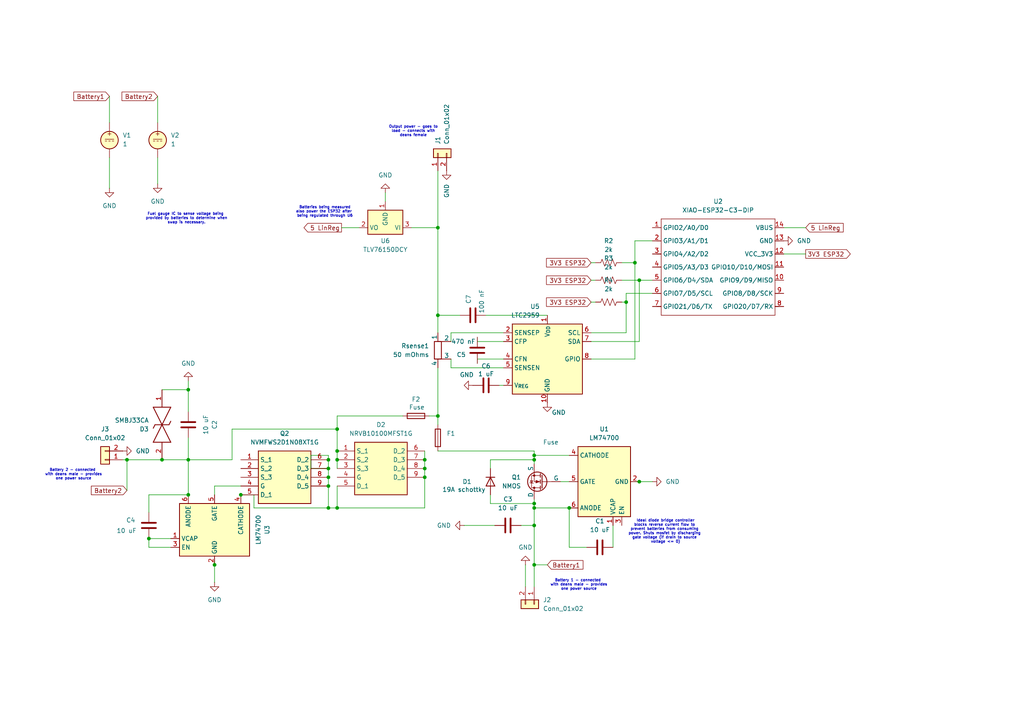
<source format=kicad_sch>
(kicad_sch (version 20231120) (generator "eeschema") (generator_version "8.0")
  (paper "A4")
  (lib_symbols
    (symbol "21xt_symbols:NRVB10100MFST1G"
      (property "Reference" "D" (at 21.59 7.62 0))
      (property "Value" "NRVB10100MFST1G" (at 21.59 5.08 0))
      (symbol "NRVB10100MFST1G_1_1"
        (rectangle (start 5.08 2.54) (end 20.32 -12.7) (stroke (width 0.254)) (fill (type background)))
        (pin passive line (at 0 0 0) (length 5.08) (name "S_1") (number "1"))
        (pin passive line (at 0 -2.54 0) (length 5.08) (name "S_2") (number "2"))
        (pin passive line (at 0 -5.08 0) (length 5.08) (name "S_3") (number "3"))
        (pin passive line (at 0 -7.62 0) (length 5.08) (name "G") (number "4"))
        (pin passive line (at 0 -10.16 0) (length 5.08) (name "D_1") (number "5"))
        (pin passive line (at 25.4 0 180) (length 5.08) (name "D_2") (number "6"))
        (pin passive line (at 25.4 -2.54 180) (length 5.08) (name "D_3") (number "7"))
        (pin passive line (at 25.4 -5.08 180) (length 5.08) (name "D_4") (number "8"))
        (pin passive line (at 25.4 -7.62 180) (length 5.08) (name "D_5") (number "9"))
      )
    )
    (symbol "21xt_symbols:NVMFWS2D1N08XT1G"
      (property "Reference" "Q" (at 21.59 7.62 0))
      (property "Value" "NVMFWS2D1N08XT1G" (at 21.59 5.08 0))
      (symbol "NVMFWS2D1N08XT1G_1_1"
        (rectangle (start 5.08 2.54) (end 20.32 -12.7) (stroke (width 0.254)) (fill (type background)))
        (pin passive line (at 0 0 0) (length 5.08) (name "S_1") (number "1"))
        (pin passive line (at 0 -2.54 0) (length 5.08) (name "S_2") (number "2"))
        (pin passive line (at 0 -5.08 0) (length 5.08) (name "S_3") (number "3"))
        (pin passive line (at 0 -7.62 0) (length 5.08) (name "G") (number "4"))
        (pin passive line (at 0 -10.16 0) (length 5.08) (name "D_1") (number "5"))
        (pin passive line (at 25.4 0 180) (length 5.08) (name "D_2") (number "6"))
        (pin passive line (at 25.4 -2.54 180) (length 5.08) (name "D_3") (number "7"))
        (pin passive line (at 25.4 -5.08 180) (length 5.08) (name "D_4") (number "8"))
        (pin passive line (at 25.4 -7.62 180) (length 5.08) (name "D_5") (number "9"))
      )
    )
    (symbol "21xt_symbols:SMBJ33CA" (pin_names hide)
      (property "Reference" "D" (at 12.7 8.89 0))
      (property "Value" "SMBJ33CA" (at 12.7 6.35 0))
      (symbol "SMBJ33CA_1_1"
        (polyline (pts (xy 5.08 2.54) (xy 5.08 -2.54)) (stroke (width 0.254)))
        (polyline (pts (xy 5.08 2.54) (xy 10.16 0)) (stroke (width 0.254)))
        (polyline (pts (xy 9.144 2.54) (xy 10.16 2.032)) (stroke (width 0.254)))
        (polyline (pts (xy 10.16 -2.032) (xy 10.16 2.032)) (stroke (width 0.254)))
        (polyline (pts (xy 10.16 -2.032) (xy 11.176 -2.54)) (stroke (width 0.254)))
        (polyline (pts (xy 10.16 0) (xy 5.08 -2.54)) (stroke (width 0.254)))
        (polyline (pts (xy 10.16 0) (xy 15.24 -2.54)) (stroke (width 0.254)))
        (polyline (pts (xy 15.24 2.54) (xy 10.16 0)) (stroke (width 0.254)))
        (polyline (pts (xy 15.24 2.54) (xy 15.24 -2.54)) (stroke (width 0.254)))
        (pin passive line (at 0 0 0) (length 5.08) (name "1") (number "1"))
        (pin passive line (at 20.32 0 180) (length 5.08) (name "2") (number "2"))
      )
    )
    (symbol "Battery_Management:LTC2959"
      (property "Reference" "U" (at -10.414 11.938 0))
      (property "Value" "LTC2959" (at 10.16 11.938 0))
      (symbol "LTC2959_1_1"
        (rectangle (start -10.16 10.16) (end 10.16 -10.16) (stroke (width 0.254)) (fill (type background)))
        (pin power_in line (at 0 12.7 270) (length 2.54) (name "V_{DD}") (number "1"))
        (pin power_in line (at 0 -12.7 90) (length 2.54) (name "GND") (number "10"))
        (pin no_connect line (at -10.16 -7.62 0) (length 2.54) hide (name "EP") (number "11"))
        (pin passive line (at 12.7 7.62 180) (length 2.54) (name "SENSEP") (number "2"))
        (pin passive line (at 12.7 5.08 180) (length 2.54) (name "CFP") (number "3"))
        (pin passive line (at 12.7 0 180) (length 2.54) (name "CFN") (number "4"))
        (pin passive line (at 12.7 -2.54 180) (length 2.54) (name "SENSEN") (number "5"))
        (pin input line (at -12.7 7.62 0) (length 2.54) (name "SCL") (number "6"))
        (pin bidirectional line (at -12.7 5.08 0) (length 2.54) (name "SDA") (number "7"))
        (pin bidirectional line (at -12.7 0 0) (length 2.54) (name "GPIO") (number "8"))
        (pin power_out line (at 12.7 -7.62 180) (length 2.54) (name "V_{REG}") (number "9"))
      )
    )
    (symbol "Connector_Generic:Conn_01x02" (pin_names (offset 1.016) hide)
      (property "Reference" "J" (at 0 2.54 0))
      (property "Value" "Conn_01x02" (at 0 -5.08 0))
      (symbol "Conn_01x02_1_1"
        (rectangle (start -1.27 -2.413) (end 0 -2.667) (stroke (width 0.1524)))
        (rectangle (start -1.27 0.127) (end 0 -0.127) (stroke (width 0.1524)))
        (rectangle (start -1.27 1.27) (end 1.27 -3.81) (stroke (width 0.254)) (fill (type background)))
        (pin passive line (at -5.08 0 0) (length 3.81) (name "Pin_1") (number "1"))
        (pin passive line (at -5.08 -2.54 0) (length 3.81) (name "Pin_2") (number "2"))
      )
    )
    (symbol "Device:C" (pin_numbers hide) (pin_names (offset 0.254))
      (property "Reference" "C" (at 0.635 2.54 0))
      (property "Value" "C" (at 0.635 -2.54 0))
      (symbol "C_0_1"
        (polyline (pts (xy -2.032 -0.762) (xy 2.032 -0.762)) (stroke (width 0.508)))
        (polyline (pts (xy -2.032 0.762) (xy 2.032 0.762)) (stroke (width 0.508)))
      )
      (symbol "C_1_1"
        (pin passive line (at 0 3.81 270) (length 2.794) (name "~") (number "1"))
        (pin passive line (at 0 -3.81 90) (length 2.794) (name "~") (number "2"))
      )
    )
    (symbol "Device:D" (pin_numbers hide) (pin_names (offset 1.016) hide)
      (property "Reference" "D" (at 0 2.54 0))
      (property "Value" "D" (at 0 -2.54 0))
      (symbol "D_0_1"
        (polyline (pts (xy -1.27 1.27) (xy -1.27 -1.27)) (stroke (width 0.254)))
        (polyline (pts (xy 1.27 0) (xy -1.27 0)))
        (polyline (pts (xy 1.27 1.27) (xy 1.27 -1.27) (xy -1.27 0) (xy 1.27 1.27)) (stroke (width 0.254)))
      )
      (symbol "D_1_1"
        (pin passive line (at -3.81 0 0) (length 2.54) (name "K") (number "1"))
        (pin passive line (at 3.81 0 180) (length 2.54) (name "A") (number "2"))
      )
    )
    (symbol "Device:Fuse" (pin_numbers hide) (pin_names (offset 0))
      (property "Reference" "F" (at 2.032 0 90))
      (property "Value" "Fuse" (at -1.905 0 90))
      (symbol "Fuse_0_1"
        (rectangle (start -0.762 -2.54) (end 0.762 2.54) (stroke (width 0.254)))
        (polyline (pts (xy 0 2.54) (xy 0 -2.54)))
      )
      (symbol "Fuse_1_1"
        (pin passive line (at 0 3.81 270) (length 1.27) (name "~") (number "1"))
        (pin passive line (at 0 -3.81 90) (length 1.27) (name "~") (number "2"))
      )
    )
    (symbol "Device:R_Shunt" (pin_numbers hide) (pin_names (offset 0))
      (property "Reference" "R" (at -4.445 0 90))
      (property "Value" "R_Shunt" (at -2.54 0 90))
      (symbol "R_Shunt_0_1"
        (rectangle (start -1.016 -2.54) (end 1.016 2.54) (stroke (width 0.254)))
        (polyline (pts (xy 0 -2.54) (xy 1.27 -2.54)))
        (polyline (pts (xy 1.27 2.54) (xy 0 2.54)))
      )
      (symbol "R_Shunt_1_1"
        (pin passive line (at 0 5.08 270) (length 2.54) (name "1") (number "1"))
        (pin passive line (at 3.81 2.54 180) (length 2.54) (name "2") (number "2"))
        (pin passive line (at 3.81 -2.54 180) (length 2.54) (name "3") (number "3"))
        (pin passive line (at 0 -5.08 90) (length 2.54) (name "4") (number "4"))
      )
    )
    (symbol "Device:R_US" (pin_numbers hide) (pin_names (offset 0))
      (property "Reference" "R" (at 2.54 0 90))
      (property "Value" "R_US" (at -2.54 0 90))
      (symbol "R_US_0_1"
        (polyline (pts (xy 0 -2.286) (xy 0 -2.54)))
        (polyline (pts (xy 0 2.286) (xy 0 2.54)))
        (polyline (pts (xy 0 -0.762) (xy 1.016 -1.143) (xy 0 -1.524) (xy -1.016 -1.905) (xy 0 -2.286)))
        (polyline (pts (xy 0 0.762) (xy 1.016 0.381) (xy 0 0) (xy -1.016 -0.381) (xy 0 -0.762)))
        (polyline (pts (xy 0 2.286) (xy 1.016 1.905) (xy 0 1.524) (xy -1.016 1.143) (xy 0 0.762)))
      )
      (symbol "R_US_1_1"
        (pin passive line (at 0 3.81 270) (length 1.27) (name "~") (number "1"))
        (pin passive line (at 0 -3.81 90) (length 1.27) (name "~") (number "2"))
      )
    )
    (symbol "ESP:XIAO-ESP32-C3-DIP"
      (property "Reference" "U" (at 1.016 2.794 0))
      (property "Value" "XIAO-ESP32-C3-DIP" (at 7.62 1.016 0))
      (symbol "XIAO-ESP32-C3-DIP_1_0"
        (polyline (pts (xy 0 -27.94) (xy 0 -13.97)) (stroke (width 0.1524)))
        (polyline (pts (xy 0 -25.4) (xy -1.27 -25.4)) (stroke (width 0.1524)))
        (polyline (pts (xy 0 -21.59) (xy -1.27 -21.59)) (stroke (width 0.1524)))
        (polyline (pts (xy 0 -17.78) (xy -1.27 -17.78)) (stroke (width 0.1524)))
        (polyline (pts (xy 0 -13.97) (xy -1.27 -13.97)) (stroke (width 0.1524)))
        (polyline (pts (xy 0 -13.97) (xy 0 -10.16)) (stroke (width 0.1524)))
        (polyline (pts (xy 0 -10.16) (xy -1.27 -10.16)) (stroke (width 0.1524)))
        (polyline (pts (xy 0 -10.16) (xy 0 -6.35)) (stroke (width 0.1524)))
        (polyline (pts (xy 0 -6.35) (xy -1.27 -6.35)) (stroke (width 0.1524)))
        (polyline (pts (xy 0 -6.35) (xy 0 -2.54)) (stroke (width 0.1524)))
        (polyline (pts (xy 0 -2.54) (xy -1.27 -2.54)) (stroke (width 0.1524)))
        (polyline (pts (xy 0 -2.54) (xy 0 0)) (stroke (width 0.1524)))
        (polyline (pts (xy 0 0) (xy 33.02 0)) (stroke (width 0.1524)))
        (polyline (pts (xy 33.02 -27.94) (xy 0 -27.94)) (stroke (width 0.1524)))
        (polyline (pts (xy 33.02 -10.16) (xy 33.02 -27.94)) (stroke (width 0.1524)))
        (polyline (pts (xy 33.02 -6.35) (xy 33.02 -10.16)) (stroke (width 0.1524)))
        (polyline (pts (xy 33.02 -2.54) (xy 33.02 -6.35)) (stroke (width 0.1524)))
        (polyline (pts (xy 33.02 0) (xy 33.02 -2.54)) (stroke (width 0.1524)))
        (polyline (pts (xy 34.29 -25.4) (xy 33.02 -25.4)) (stroke (width 0.1524)))
        (polyline (pts (xy 34.29 -21.59) (xy 33.02 -21.59)) (stroke (width 0.1524)))
        (polyline (pts (xy 34.29 -17.78) (xy 33.02 -17.78)) (stroke (width 0.1524)))
        (polyline (pts (xy 34.29 -13.97) (xy 33.02 -13.97)) (stroke (width 0.1524)))
        (polyline (pts (xy 34.29 -10.16) (xy 33.02 -10.16)) (stroke (width 0.1524)))
        (polyline (pts (xy 34.29 -6.35) (xy 33.02 -6.35)) (stroke (width 0.1524)))
        (polyline (pts (xy 34.29 -2.54) (xy 33.02 -2.54)) (stroke (width 0.1524)))
        (pin passive line (at -2.54 -2.54 0) (length 2.54) (name "GPIO2/A0/D0") (number "1"))
        (pin passive line (at 35.56 -17.78 180) (length 2.54) (name "GPIO9/D9/MISO") (number "10"))
        (pin passive line (at 35.56 -13.97 180) (length 2.54) (name "GPIO10/D10/MOSI") (number "11"))
        (pin passive line (at 35.56 -10.16 180) (length 2.54) (name "VCC_3V3") (number "12"))
        (pin passive line (at 35.56 -6.35 180) (length 2.54) (name "GND") (number "13"))
        (pin passive line (at 35.56 -2.54 180) (length 2.54) (name "VBUS") (number "14"))
        (pin passive line (at -2.54 -6.35 0) (length 2.54) (name "GPIO3/A1/D1") (number "2"))
        (pin passive line (at -2.54 -10.16 0) (length 2.54) (name "GPIO4/A2/D2") (number "3"))
        (pin passive line (at -2.54 -13.97 0) (length 2.54) (name "GPIO5/A3/D3") (number "4"))
        (pin passive line (at -2.54 -17.78 0) (length 2.54) (name "GPIO6/D4/SDA") (number "5"))
        (pin passive line (at -2.54 -21.59 0) (length 2.54) (name "GPIO7/D5/SCL") (number "6"))
        (pin passive line (at -2.54 -25.4 0) (length 2.54) (name "GPIO21/D6/TX") (number "7"))
        (pin passive line (at 35.56 -25.4 180) (length 2.54) (name "GPIO20/D7/RX") (number "8"))
        (pin passive line (at 35.56 -21.59 180) (length 2.54) (name "GPIO8/D8/SCK") (number "9"))
      )
    )
    (symbol "Power_Management:LM74700"
      (property "Reference" "U" (at -9.525 -8.89 0))
      (property "Value" "LM74700" (at 7.62 -8.89 0))
      (symbol "LM74700_0_1"
        (rectangle (start -10.16 7.62) (end 10.16 -7.62) (stroke (width 0.254)) (fill (type background)))
      )
      (symbol "LM74700_1_1"
        (pin passive line (at -12.7 -2.54 0) (length 2.54) (name "VCAP") (number "1"))
        (pin power_in line (at 0 -10.16 90) (length 2.54) (name "GND") (number "2"))
        (pin input line (at -12.7 -5.08 0) (length 2.54) (name "EN") (number "3"))
        (pin input line (at 7.62 10.16 270) (length 2.54) (name "CATHODE") (number "4"))
        (pin output line (at 0 10.16 270) (length 2.54) (name "GATE") (number "5"))
        (pin power_in line (at -7.62 10.16 270) (length 2.54) (name "ANODE") (number "6"))
      )
    )
    (symbol "Regulator_Linear:TLV76150DCY"
      (property "Reference" "U" (at -7.62 6.35 0))
      (property "Value" "TLV76150DCY" (at -1.27 6.35 0))
      (symbol "TLV76150DCY_0_1"
        (rectangle (start -5.08 -5.08) (end 5.08 1.905) (stroke (width 0.254)) (fill (type background)))
      )
      (symbol "TLV76150DCY_1_1"
        (pin power_in line (at 0 -7.62 90) (length 2.54) (name "GND") (number "1"))
        (pin power_out line (at 7.62 0 180) (length 2.54) (name "VO") (number "2"))
        (pin power_in line (at -7.62 0 0) (length 2.54) (name "VI") (number "3"))
      )
    )
    (symbol "Simulation_SPICE:NMOS" (pin_numbers hide) (pin_names (offset 0))
      (property "Reference" "Q" (at 5.08 1.27 0))
      (property "Value" "NMOS" (at 5.08 -1.27 0))
      (symbol "NMOS_0_1"
        (polyline (pts (xy 0.254 0) (xy -2.54 0)))
        (polyline (pts (xy 0.254 1.905) (xy 0.254 -1.905)) (stroke (width 0.254)))
        (polyline (pts (xy 0.762 -1.27) (xy 0.762 -2.286)) (stroke (width 0.254)))
        (polyline (pts (xy 0.762 0.508) (xy 0.762 -0.508)) (stroke (width 0.254)))
        (polyline (pts (xy 0.762 2.286) (xy 0.762 1.27)) (stroke (width 0.254)))
        (polyline (pts (xy 2.54 2.54) (xy 2.54 1.778)))
        (polyline (pts (xy 2.54 -2.54) (xy 2.54 0) (xy 0.762 0)))
        (polyline (pts (xy 0.762 -1.778) (xy 3.302 -1.778) (xy 3.302 1.778) (xy 0.762 1.778)))
        (polyline (pts (xy 1.016 0) (xy 2.032 0.381) (xy 2.032 -0.381) (xy 1.016 0)) (fill (type outline)))
        (polyline (pts (xy 2.794 0.508) (xy 2.921 0.381) (xy 3.683 0.381) (xy 3.81 0.254)))
        (polyline (pts (xy 3.302 0.381) (xy 2.921 -0.254) (xy 3.683 -0.254) (xy 3.302 0.381)))
        (circle (center 1.651 0) (radius 2.794) (stroke (width 0.254)))
        (circle (center 2.54 -1.778) (radius 0.254) (fill (type outline)))
        (circle (center 2.54 1.778) (radius 0.254) (fill (type outline)))
      )
      (symbol "NMOS_1_1"
        (pin passive line (at 2.54 5.08 270) (length 2.54) (name "D") (number "1"))
        (pin input line (at -5.08 0 0) (length 2.54) (name "G") (number "2"))
        (pin passive line (at 2.54 -5.08 90) (length 2.54) (name "S") (number "3"))
      )
    )
    (symbol "Simulation_SPICE:VDC" (pin_numbers hide) (pin_names (offset 0.0254))
      (property "Reference" "V" (at 2.54 2.54 0))
      (property "Value" "1" (at 2.54 0 0))
      (symbol "VDC_0_0"
        (polyline (pts (xy -1.27 0.254) (xy 1.27 0.254)))
        (polyline (pts (xy -0.762 -0.254) (xy -1.27 -0.254)))
        (polyline (pts (xy 0.254 -0.254) (xy -0.254 -0.254)))
        (polyline (pts (xy 1.27 -0.254) (xy 0.762 -0.254)))
        (text "+" (at 0 1.905 0) (effects (font (size 1.27 1.27))))
      )
      (symbol "VDC_0_1"
        (circle (center 0 0) (radius 2.54) (stroke (width 0.254)) (fill (type background)))
      )
      (symbol "VDC_1_1"
        (pin passive line (at 0 5.08 270) (length 2.54) (name "~") (number "1"))
        (pin passive line (at 0 -5.08 90) (length 2.54) (name "~") (number "2"))
      )
    )
    (symbol "power:GND" (power) (pin_numbers hide) (pin_names (offset 0) hide)
      (property "Value" "GND" (at 0 -3.81 0))
      (symbol "GND_0_1"
        (polyline (pts (xy 0 0) (xy 0 -1.27) (xy 1.27 -1.27) (xy 0 -2.54) (xy -1.27 -1.27) (xy 0 -1.27)))
      )
      (symbol "GND_1_1"
        (pin power_in line (at 0 0 270) (length 0) (name "~") (number "1"))
      )
    )
  )
  (junction (at 43.18 156.21))
  (junction (at 95.25 138.43))
  (junction (at 69.85 143.51))
  (junction (at 154.94 163.83))
  (junction (at 95.25 140.97))
  (junction (at 97.79 147.32))
  (junction (at 154.94 146.05))
  (junction (at 154.94 133.35))
  (junction (at 127 91.44))
  (junction (at 95.25 135.89))
  (junction (at 95.25 133.35))
  (junction (at 123.19 138.43))
  (junction (at 54.61 133.35))
  (junction (at 165.1 147.32))
  (junction (at 97.79 130.81))
  (junction (at 123.19 133.35))
  (junction (at 36.83 133.35))
  (junction (at 127 120.65))
  (junction (at 184.15 76.2))
  (junction (at 123.19 135.89))
  (junction (at 97.79 124.46))
  (junction (at 127 66.04))
  (junction (at 154.94 132.08))
  (junction (at 154.94 152.4))
  (junction (at 95.25 147.32))
  (junction (at 185.42 139.7))
  (junction (at 62.23 163.83))
  (junction (at 54.61 143.51))
  (junction (at 46.99 133.35))
  (junction (at 54.61 113.03))
  (junction (at 185.42 81.28))
  (junction (at 181.61 87.63))
  (junction (at 154.94 147.32))
  (junction (at 97.79 133.35))
  (wire (pts (xy 43.18 143.51) (xy 54.61 143.51)))
  (wire (pts (xy 165.1 158.75) (xy 165.1 147.32)))
  (wire (pts (xy 97.79 133.35) (xy 97.79 135.89)))
  (wire (pts (xy 134.62 152.4) (xy 143.51 152.4)))
  (wire (pts (xy 46.99 113.03) (xy 54.61 113.03)))
  (wire (pts (xy 127 91.44) (xy 127 96.52)))
  (wire (pts (xy 142.24 143.51) (xy 142.24 146.05)))
  (wire (pts (xy 54.61 127) (xy 54.61 133.35)))
  (wire (pts (xy 154.94 132.08) (xy 165.1 132.08)))
  (wire (pts (xy 35.56 133.35) (xy 36.83 133.35)))
  (wire (pts (xy 184.15 69.85) (xy 189.23 69.85)))
  (wire (pts (xy 95.25 140.97) (xy 95.25 147.32)))
  (wire (pts (xy 45.72 45.72) (xy 45.72 53.34)))
  (wire (pts (xy 95.25 138.43) (xy 95.25 140.97)))
  (wire (pts (xy 144.78 111.76) (xy 146.05 111.76)))
  (wire (pts (xy 227.33 66.04) (xy 233.68 66.04)))
  (wire (pts (xy 171.45 104.14) (xy 184.15 104.14)))
  (wire (pts (xy 180.34 76.2) (xy 184.15 76.2)))
  (wire (pts (xy 140.97 91.44) (xy 158.75 91.44)))
  (wire (pts (xy 171.45 76.2) (xy 172.72 76.2)))
  (wire (pts (xy 130.81 106.68) (xy 146.05 106.68)))
  (wire (pts (xy 181.61 85.09) (xy 181.61 87.63)))
  (wire (pts (xy 123.19 147.32) (xy 123.19 138.43)))
  (wire (pts (xy 227.33 73.66) (xy 233.68 73.66)))
  (wire (pts (xy 43.18 143.51) (xy 43.18 148.59)))
  (wire (pts (xy 95.25 133.35) (xy 95.25 132.08)))
  (wire (pts (xy 138.43 99.06) (xy 138.43 97.79)))
  (wire (pts (xy 97.79 147.32) (xy 123.19 147.32)))
  (wire (pts (xy 184.15 76.2) (xy 184.15 104.14)))
  (wire (pts (xy 185.42 139.7) (xy 189.23 139.7)))
  (wire (pts (xy 142.24 133.35) (xy 154.94 133.35)))
  (wire (pts (xy 95.25 132.08) (xy 90.17 132.08)))
  (wire (pts (xy 154.94 163.83) (xy 154.94 170.18)))
  (wire (pts (xy 127 106.68) (xy 127 120.65)))
  (wire (pts (xy 49.53 156.21) (xy 43.18 156.21)))
  (wire (pts (xy 54.61 110.49) (xy 54.61 113.03)))
  (wire (pts (xy 123.19 135.89) (xy 123.19 133.35)))
  (wire (pts (xy 97.79 124.46) (xy 97.79 130.81)))
  (wire (pts (xy 43.18 158.75) (xy 43.18 156.21)))
  (wire (pts (xy 152.4 163.83) (xy 152.4 170.18)))
  (wire (pts (xy 90.17 135.89) (xy 90.17 132.08)))
  (wire (pts (xy 185.42 99.06) (xy 185.42 81.28)))
  (wire (pts (xy 95.25 138.43) (xy 95.25 135.89)))
  (wire (pts (xy 154.94 144.78) (xy 154.94 146.05)))
  (wire (pts (xy 95.25 135.89) (xy 90.17 135.89)))
  (wire (pts (xy 154.94 134.62) (xy 154.94 133.35)))
  (wire (pts (xy 97.79 140.97) (xy 97.79 147.32)))
  (wire (pts (xy 127 91.44) (xy 133.35 91.44)))
  (wire (pts (xy 54.61 133.35) (xy 54.61 143.51)))
  (wire (pts (xy 111.76 55.88) (xy 111.76 58.42)))
  (wire (pts (xy 54.61 113.03) (xy 54.61 119.38)))
  (wire (pts (xy 97.79 130.81) (xy 97.79 133.35)))
  (wire (pts (xy 171.45 81.28) (xy 172.72 81.28)))
  (wire (pts (xy 154.94 147.32) (xy 165.1 147.32)))
  (wire (pts (xy 154.94 146.05) (xy 154.94 147.32)))
  (wire (pts (xy 154.94 163.83) (xy 158.75 163.83)))
  (wire (pts (xy 181.61 87.63) (xy 181.61 96.52)))
  (wire (pts (xy 36.83 133.35) (xy 36.83 142.24)))
  (wire (pts (xy 171.45 87.63) (xy 172.72 87.63)))
  (wire (pts (xy 180.34 81.28) (xy 185.42 81.28)))
  (wire (pts (xy 49.53 158.75) (xy 43.18 158.75)))
  (wire (pts (xy 127 66.04) (xy 127 91.44)))
  (wire (pts (xy 116.84 120.65) (xy 97.79 120.65)))
  (wire (pts (xy 181.61 85.09) (xy 189.23 85.09)))
  (wire (pts (xy 62.23 162.56) (xy 62.23 163.83)))
  (wire (pts (xy 73.66 143.51) (xy 69.85 143.51)))
  (wire (pts (xy 36.83 133.35) (xy 46.99 133.35)))
  (wire (pts (xy 180.34 87.63) (xy 181.61 87.63)))
  (wire (pts (xy 142.24 146.05) (xy 154.94 146.05)))
  (wire (pts (xy 73.66 147.32) (xy 73.66 143.51)))
  (wire (pts (xy 119.38 66.04) (xy 127 66.04)))
  (wire (pts (xy 154.94 133.35) (xy 154.94 132.08)))
  (wire (pts (xy 45.72 27.94) (xy 45.72 35.56)))
  (wire (pts (xy 171.45 99.06) (xy 185.42 99.06)))
  (wire (pts (xy 130.81 96.52) (xy 146.05 96.52)))
  (wire (pts (xy 142.24 135.89) (xy 142.24 133.35)))
  (wire (pts (xy 138.43 104.14) (xy 138.43 105.41)))
  (wire (pts (xy 123.19 133.35) (xy 123.19 130.81)))
  (wire (pts (xy 124.46 120.65) (xy 127 120.65)))
  (wire (pts (xy 123.19 138.43) (xy 123.19 135.89)))
  (wire (pts (xy 154.94 152.4) (xy 154.94 163.83)))
  (wire (pts (xy 54.61 133.35) (xy 67.31 133.35)))
  (wire (pts (xy 62.23 140.97) (xy 69.85 140.97)))
  (wire (pts (xy 130.81 106.68) (xy 130.81 104.14)))
  (wire (pts (xy 154.94 130.81) (xy 127 130.81)))
  (wire (pts (xy 31.75 27.94) (xy 31.75 35.56)))
  (wire (pts (xy 154.94 130.81) (xy 154.94 132.08)))
  (wire (pts (xy 95.25 133.35) (xy 95.25 135.89)))
  (wire (pts (xy 165.1 158.75) (xy 170.18 158.75)))
  (wire (pts (xy 67.31 124.46) (xy 97.79 124.46)))
  (wire (pts (xy 177.8 152.4) (xy 177.8 158.75)))
  (wire (pts (xy 184.15 69.85) (xy 184.15 76.2)))
  (wire (pts (xy 62.23 163.83) (xy 62.23 168.91)))
  (wire (pts (xy 138.43 104.14) (xy 146.05 104.14)))
  (wire (pts (xy 127 120.65) (xy 127 123.19)))
  (wire (pts (xy 97.79 147.32) (xy 95.25 147.32)))
  (wire (pts (xy 138.43 99.06) (xy 146.05 99.06)))
  (wire (pts (xy 31.75 45.72) (xy 31.75 54.61)))
  (wire (pts (xy 127 49.53) (xy 127 66.04)))
  (wire (pts (xy 62.23 140.97) (xy 62.23 143.51)))
  (wire (pts (xy 154.94 147.32) (xy 154.94 152.4)))
  (wire (pts (xy 46.99 133.35) (xy 54.61 133.35)))
  (wire (pts (xy 151.13 152.4) (xy 154.94 152.4)))
  (wire (pts (xy 95.25 147.32) (xy 73.66 147.32)))
  (wire (pts (xy 130.81 96.52) (xy 130.81 99.06)))
  (wire (pts (xy 181.61 96.52) (xy 171.45 96.52)))
  (wire (pts (xy 185.42 81.28) (xy 189.23 81.28)))
  (wire (pts (xy 99.06 66.04) (xy 104.14 66.04)))
  (wire (pts (xy 184.15 139.7) (xy 185.42 139.7)))
  (wire (pts (xy 97.79 120.65) (xy 97.79 124.46)))
  (wire (pts (xy 67.31 133.35) (xy 67.31 124.46)))
  (wire (pts (xy 162.56 139.7) (xy 165.1 139.7)))
  (text "Battery 1 - connected \nwith deans male - provides\none power source" (at 167.894 169.672 0) (effects (font (size 0.762 0.762))))
  (text "Fuel gauge IC to sense voltage being \nprovided by batteries to determine when\nswap is necessary.\n\n" (at 54.102 64.008 0) (effects (font (size 0.762 0.762))))
  (text "Batteries being measured\nalso power the ESP32 after \nbeing regulated through U6" (at 94.234 61.468 0) (effects (font (size 0.762 0.762))))
  (text "Output power - goes to\nload - connects with\ndeans female\n" (at 119.888 38.1 0) (effects (font (size 0.762 0.762))))
  (text "Battery 2 - connected \nwith deans male - provides\none power source" (at 21.336 137.668 0) (effects (font (size 0.762 0.762))))
  (text "Ideal diode bridge controller\nblocks reverse current flow to \nprevent batteries from consuming \npower. Shuts mosfet by discharging \ngate voltage (if drain to source \nvoltage <= 0)" (at 193.04 154.178 0) (effects (font (size 0.762 0.762))))
  (global_label "Battery2" (shape input) (at 45.72 27.94 180) (property "Intersheetrefs" "${INTERSHEET_REFS}" (effects (hide yes))))
  (global_label "Battery1" (shape input) (at 31.75 27.94 180) (property "Intersheetrefs" "${INTERSHEET_REFS}" (effects (hide yes))))
  (global_label "3V3 ESP32" (shape input) (at 171.45 87.63 180) (property "Intersheetrefs" "${INTERSHEET_REFS}" (effects (hide yes))))
  (global_label "5 LinReg" (shape input) (at 233.68 66.04 0) (property "Intersheetrefs" "${INTERSHEET_REFS}" (effects (hide yes))))
  (global_label "5 LinReg" (shape output) (at 99.06 66.04 180) (property "Intersheetrefs" "${INTERSHEET_REFS}" (effects (hide yes))))
  (global_label "3V3 ESP32" (shape input) (at 171.45 76.2 180) (property "Intersheetrefs" "${INTERSHEET_REFS}" (effects (hide yes))))
  (global_label "Battery1" (shape input) (at 158.75 163.83 0) (property "Intersheetrefs" "${INTERSHEET_REFS}" (effects (hide yes))))
  (global_label "Battery2" (shape input) (at 36.83 142.24 180) (property "Intersheetrefs" "${INTERSHEET_REFS}" (effects (hide yes))))
  (global_label "3V3 ESP32" (shape input) (at 171.45 81.28 180) (property "Intersheetrefs" "${INTERSHEET_REFS}" (effects (hide yes))))
  (global_label "3V3 ESP32" (shape output) (at 233.68 73.66 0) (property "Intersheetrefs" "${INTERSHEET_REFS}" (effects (hide yes))))
  (symbol (lib_id "Device:D") (at 142.24 139.7 270) (unit 1)
    (property "Reference" "D1" (at 134.112 139.7 90) (effects (justify left)))
    (property "Value" "19A schottky" (at 128.27 141.986 90) (effects (justify left)))
    (property "Footprint" "Package_TO_SOT_THT:TO-220-2_Vertical" (effects (hide yes)))
    (property "Description" "Diode" (effects (hide yes)))
    (property "Sim.Device" "D" (effects (hide yes)))
    (property "Sim.Pins" "1=K 2=A" (effects (hide yes)))
  )
  (symbol (lib_id "power:GND") (at 189.23 139.7 90) (unit 1)
    (property "Reference" "#PWR04" (effects (hide yes)))
    (property "Value" "GND" (at 193.04 139.6999 90) (effects (justify right)))
    (property "Description" "Power symbol creates a global label with name \"GND\" , ground" (effects (hide yes)))
  )
  (symbol (lib_id "power:GND") (at 31.75 54.61 0) (unit 1)
    (property "Reference" "#PWR06" (effects (hide yes)))
    (property "Value" "GND" (at 31.75 59.69 0))
    (property "Description" "Power symbol creates a global label with name \"GND\" , ground" (effects (hide yes)))
  )
  (symbol (lib_id "21xt_symbols:SMBJ33CA") (at 46.99 113.03 270) (unit 1)
    (property "Reference" "D3" (at 43.18 124.4601 90) (effects (justify right)))
    (property "Value" "SMBJ33CA" (at 43.18 121.9201 90) (effects (justify right)))
    (property "Footprint" "21xt_footprints:SMBJ33CA" (effects (hide yes)))
    (property "Datasheet" "https://www.bourns.com/docs/Product-Datasheets/SMBJ.pdf" (effects (hide yes)))
    (property "Description" "ESD Suppressors / TVS Diodes 33volts 5uA 11.3 Amps Bi-Dir" (effects (hide yes)))
    (property "Height" "2.44" (effects (hide yes)))
    (property "Mouser Part Number" "652-SMBJ33CA" (effects (hide yes)))
    (property "Mouser Price/Stock" "https://www.mouser.co.uk/ProductDetail/Bourns/SMBJ33CA?qs=d7fLapxX37Gs5v3ODWwxUA%3D%3D" (effects (hide yes)))
    (property "Manufacturer_Name" "Bourns" (effects (hide yes)))
    (property "Manufacturer_Part_Number" "SMBJ33CA" (effects (hide yes)))
  )
  (symbol (lib_id "power:GND") (at 54.61 110.49 180) (unit 1)
    (property "Reference" "#PWR014" (effects (hide yes)))
    (property "Value" "GND" (at 54.61 105.41 0))
    (property "Description" "Power symbol creates a global label with name \"GND\" , ground" (effects (hide yes)))
  )
  (symbol (lib_id "Device:C") (at 173.99 158.75 270) (unit 1)
    (property "Reference" "C1" (at 173.99 151.13 90))
    (property "Value" "10 uF" (at 173.99 153.67 90))
    (property "Footprint" "Capacitor_SMD:C_0201_0603Metric" (effects (hide yes)))
    (property "Description" "Unpolarized capacitor" (effects (hide yes)))
  )
  (symbol (lib_id "power:GND") (at 158.75 116.84 0) (unit 1)
    (property "Reference" "#PWR01" (effects (hide yes)))
    (property "Value" "GND" (at 162.052 119.634 0))
    (property "Description" "Power symbol creates a global label with name \"GND\" , ground" (effects (hide yes)))
  )
  (symbol (lib_id "power:GND") (at 137.16 111.76 270) (unit 1)
    (property "Reference" "#PWR03" (effects (hide yes)))
    (property "Value" "GND" (at 135.382 108.712 90))
    (property "Description" "Power symbol creates a global label with name \"GND\" , ground" (effects (hide yes)))
  )
  (symbol (lib_id "Device:R_Shunt") (at 127 101.6 0) (unit 1)
    (property "Reference" "Rsense1" (at 124.46 100.3299 0) (effects (justify right)))
    (property "Value" "50 mOhms" (at 124.46 102.8699 0) (effects (justify right)))
    (property "Footprint" "Resistor_SMD:R_0402_1005Metric" (effects (hide yes)))
    (property "Description" "Shunt resistor" (effects (hide yes)))
  )
  (symbol (lib_id "Connector_Generic:Conn_01x02") (at 30.48 133.35 180) (unit 1)
    (property "Reference" "J3" (at 30.48 124.46 0))
    (property "Value" "Conn_01x02" (at 30.48 127 0))
    (property "Footprint" "21xt_footprints:Deans Connector Male" (effects (hide yes)))
    (property "Description" "Generic connector, single row, 01x02, script generated (kicad-library-utils/schlib/autogen/connector/)" (effects (hide yes)))
  )
  (symbol (lib_id "Connector_Generic:Conn_01x02") (at 127 44.45 90) (unit 1)
    (property "Reference" "J1" (at 126.9999 41.91 0) (effects (justify left)))
    (property "Value" "Conn_01x02" (at 129.5399 41.91 0) (effects (justify left)))
    (property "Footprint" "21xt_footprints:Deans Connector Female" (effects (hide yes)))
    (property "Description" "Generic connector, single row, 01x02, script generated (kicad-library-utils/schlib/autogen/connector/)" (effects (hide yes)))
  )
  (symbol (lib_id "Simulation_SPICE:NMOS") (at 157.48 139.7 180) (unit 1)
    (property "Reference" "Q1" (at 151.13 138.4299 0) (effects (justify left)))
    (property "Value" "NMOS" (at 151.13 140.9699 0) (effects (justify left)))
    (property "Footprint" "Package_TO_SOT_SMD:TO-263-2" (effects (hide yes)))
    (property "Datasheet" "https://ngspice.sourceforge.io/docs/ngspice-html-manual/manual.xhtml#cha_MOSFETs" (effects (hide yes)))
    (property "Description" "N-MOSFET transistor, drain/source/gate" (effects (hide yes)))
    (property "Sim.Device" "NMOS" (effects (hide yes)))
    (property "Sim.Type" "VDMOS" (effects (hide yes)))
    (property "Sim.Pins" "1=D 2=G 3=S" (effects (hide yes)))
  )
  (symbol (lib_id "Device:R_US") (at 176.53 76.2 90) (unit 1)
    (property "Reference" "R2" (at 176.53 69.85 90))
    (property "Value" "2k" (at 176.53 72.39 90))
    (property "Description" "Resistor, US symbol" (effects (hide yes)))
  )
  (symbol (lib_id "Power_Management:LM74700") (at 175.26 139.7 90) (unit 1)
    (property "Reference" "U1" (at 175.26 124.46 90))
    (property "Value" "LM74700" (at 175.26 127 90))
    (property "Footprint" "Package_TO_SOT_SMD:SOT-23-6" (effects (hide yes)))
    (property "Datasheet" "http://www.ti.com/lit/gpn/LM74700-Q1" (effects (hide yes)))
    (property "Description" "Low Iq reverse battery protection ideal diode controller, SOT-23-6" (effects (hide yes)))
  )
  (symbol (lib_id "power:GND") (at 45.72 53.34 0) (unit 1)
    (property "Reference" "#PWR05" (effects (hide yes)))
    (property "Value" "GND" (at 45.72 58.42 0))
    (property "Description" "Power symbol creates a global label with name \"GND\" , ground" (effects (hide yes)))
  )
  (symbol (lib_id "power:GND") (at 227.33 69.85 90) (unit 1)
    (property "Reference" "#PWR02" (effects (hide yes)))
    (property "Value" "GND" (at 231.14 69.8499 90) (effects (justify right)))
    (property "Description" "Power symbol creates a global label with name \"GND\" , ground" (effects (hide yes)))
  )
  (symbol (lib_id "Device:C") (at 140.97 111.76 270) (unit 1)
    (property "Reference" "C6" (at 140.97 106.172 90))
    (property "Value" "1 uF" (at 140.97 108.458 90))
    (property "Footprint" "Capacitor_SMD:C_0201_0603Metric" (effects (hide yes)))
    (property "Description" "Unpolarized capacitor" (effects (hide yes)))
  )
  (symbol (lib_id "Connector_Generic:Conn_01x02") (at 154.94 175.26 270) (unit 1)
    (property "Reference" "J2" (at 157.48 173.9899 90) (effects (justify left)))
    (property "Value" "Conn_01x02" (at 157.48 176.5299 90) (effects (justify left)))
    (property "Footprint" "21xt_footprints:Deans Connector Male" (effects (hide yes)))
    (property "Description" "Generic connector, single row, 01x02, script generated (kicad-library-utils/schlib/autogen/connector/)" (effects (hide yes)))
  )
  (symbol (lib_id "Device:C") (at 137.16 91.44 270) (unit 1)
    (property "Reference" "C7" (at 135.89 88.138 0) (effects (justify right)))
    (property "Value" "100 nF" (at 139.7 90.932 0) (effects (justify right)))
    (property "Footprint" "Capacitor_SMD:C_0201_0603Metric" (effects (hide yes)))
    (property "Description" "Unpolarized capacitor" (effects (hide yes)))
  )
  (symbol (lib_id "Power_Management:LM74700") (at 62.23 153.67 0) (unit 1)
    (property "Reference" "U3" (at 77.47 153.67 90))
    (property "Value" "LM74700" (at 74.93 153.67 90))
    (property "Footprint" "Package_TO_SOT_SMD:SOT-23-6" (effects (hide yes)))
    (property "Datasheet" "http://www.ti.com/lit/gpn/LM74700-Q1" (effects (hide yes)))
    (property "Description" "Low Iq reverse battery protection ideal diode controller, SOT-23-6" (effects (hide yes)))
  )
  (symbol (lib_id "power:GND") (at 129.54 49.53 0) (unit 1)
    (property "Reference" "#PWR010" (effects (hide yes)))
    (property "Value" "GND" (at 129.5399 53.34 90) (effects (justify right)))
    (property "Description" "Power symbol creates a global label with name \"GND\" , ground" (effects (hide yes)))
  )
  (symbol (lib_id "Simulation_SPICE:VDC") (at 31.75 40.64 0) (unit 1)
    (property "Reference" "V1" (at 35.56 39.2401 0) (effects (justify left)))
    (property "Value" "1" (at 35.56 41.7801 0) (effects (justify left)))
    (property "Datasheet" "https://ngspice.sourceforge.io/docs/ngspice-html-manual/manual.xhtml#sec_Independent_Sources_for" (effects (hide yes)))
    (property "Description" "Voltage source, DC" (effects (hide yes)))
    (property "Sim.Pins" "1=+ 2=-" (effects (hide yes)))
    (property "Sim.Type" "DC" (effects (hide yes)))
    (property "Sim.Device" "V" (effects (hide yes)))
  )
  (symbol (lib_id "power:GND") (at 152.4 163.83 180) (unit 1)
    (property "Reference" "#PWR012" (effects (hide yes)))
    (property "Value" "GND" (at 152.4 158.75 0))
    (property "Description" "Power symbol creates a global label with name \"GND\" , ground" (effects (hide yes)))
  )
  (symbol (lib_id "power:GND") (at 134.62 152.4 270) (unit 1)
    (property "Reference" "#PWR013" (effects (hide yes)))
    (property "Value" "GND" (at 130.81 152.3999 90) (effects (justify right)))
    (property "Description" "Power symbol creates a global label with name \"GND\" , ground" (effects (hide yes)))
  )
  (symbol (lib_id "Device:R_US") (at 176.53 87.63 90) (unit 1)
    (property "Reference" "R4" (at 176.53 81.28 90))
    (property "Value" "2k" (at 176.53 83.82 90))
    (property "Description" "Resistor, US symbol" (effects (hide yes)))
  )
  (symbol (lib_id "Simulation_SPICE:VDC") (at 45.72 40.64 0) (unit 1)
    (property "Reference" "V2" (at 49.53 39.2401 0) (effects (justify left)))
    (property "Value" "1" (at 49.53 41.7801 0) (effects (justify left)))
    (property "Datasheet" "https://ngspice.sourceforge.io/docs/ngspice-html-manual/manual.xhtml#sec_Independent_Sources_for" (effects (hide yes)))
    (property "Description" "Voltage source, DC" (effects (hide yes)))
    (property "Sim.Pins" "1=+ 2=-" (effects (hide yes)))
    (property "Sim.Type" "DC" (effects (hide yes)))
    (property "Sim.Device" "V" (effects (hide yes)))
  )
  (symbol (lib_id "power:GND") (at 35.56 130.81 90) (unit 1)
    (property "Reference" "#PWR07" (effects (hide yes)))
    (property "Value" "GND" (at 39.37 130.8099 90) (effects (justify right)))
    (property "Description" "Power symbol creates a global label with name \"GND\" , ground" (effects (hide yes)))
  )
  (symbol (lib_id "Device:Fuse") (at 127 127 0) (unit 1)
    (property "Reference" "F1" (at 129.54 125.7299 0) (effects (justify left)))
    (property "Value" "Fuse" (at 157.48 128.2699 0) (effects (justify left)))
    (property "Footprint" "Fuse:Fuseholder_Cylinder-5x20mm_Stelvio-Kontek_PTF78_Horizontal_Open" (effects (hide yes)))
    (property "Description" "Fuse" (effects (hide yes)))
  )
  (symbol (lib_id "Battery_Management:LTC2959") (at 158.75 104.14 0) (mirror y) (unit 1)
    (property "Reference" "U5" (at 156.5559 88.9 0) (effects (justify left)))
    (property "Value" "LTC2959" (at 156.5559 91.44 0) (effects (justify left)))
    (property "Footprint" "Package_DFN_QFN:DFN-10-1EP_2x3mm_P0.5mm_EP0.64x2.4mm" (effects (hide yes)))
    (property "Datasheet" "https://www.analog.com/media/en/technical-documentation/data-sheets/ltc2959.pdf" (effects (hide yes)))
    (property "Description" "Ultra-Low Power Battery Gas Gauge with Temperature, Voltage Measurement, DFN-10" (effects (hide yes)))
  )
  (symbol (lib_id "power:GND") (at 62.23 168.91 0) (unit 1)
    (property "Reference" "#PWR011" (effects (hide yes)))
    (property "Value" "GND" (at 62.23 173.99 0))
    (property "Description" "Power symbol creates a global label with name \"GND\" , ground" (effects (hide yes)))
  )
  (symbol (lib_id "Device:C") (at 54.61 123.19 0) (unit 1)
    (property "Reference" "C2" (at 62.23 123.19 90))
    (property "Value" "10 uF" (at 59.69 123.19 90))
    (property "Footprint" "Capacitor_SMD:C_0201_0603Metric" (effects (hide yes)))
    (property "Description" "Unpolarized capacitor" (effects (hide yes)))
  )
  (symbol (lib_id "21xt_symbols:NVMFWS2D1N08XT1G") (at 69.85 133.35 0) (unit 1)
    (property "Reference" "Q2" (at 82.55 125.73 0))
    (property "Value" "NVMFWS2D1N08XT1G" (at 82.55 128.27 0))
    (property "Footprint" "21xt_footprints:NTMFWS1D5N08XT1G" (effects (hide yes)))
    (property "Datasheet" "https://www.onsemi.com/pub/Collateral/NVMFWS2D1N08X-D.PDF" (effects (hide yes)))
    (property "Description" "Small Footprint (5x6 mm); Low RDS(on); Low QG and Capacitance; NVMFWS1D5N08X  Wettable Flank Option; AECQ101 Qualified and PPAP Capable; RoHS Compliant" (effects (hide yes)))
    (property "Height" "1.1" (effects (hide yes)))
    (property "Mouser Part Number" "863-NVMFWS2D1N08XT1G" (effects (hide yes)))
    (property "Mouser Price/Stock" "https://www.mouser.co.uk/ProductDetail/onsemi/NVMFWS2D1N08XT1G?qs=i8QVZAFTkqTo%252BUrYrSSJBQ%3D%3D" (effects (hide yes)))
    (property "Manufacturer_Name" "onsemi" (effects (hide yes)))
    (property "Manufacturer_Part_Number" "NVMFWS2D1N08XT1G" (effects (hide yes)))
  )
  (symbol (lib_id "Device:C") (at 138.43 101.6 0) (unit 1)
    (property "Reference" "C5" (at 135.128 102.87 0) (effects (justify right)))
    (property "Value" "470 nF" (at 137.922 99.06 0) (effects (justify right)))
    (property "Footprint" "Capacitor_SMD:C_0201_0603Metric" (effects (hide yes)))
    (property "Description" "Unpolarized capacitor" (effects (hide yes)))
  )
  (symbol (lib_id "21xt_symbols:NRVB10100MFST1G") (at 97.79 130.81 0) (unit 1)
    (property "Reference" "D2" (at 110.49 123.19 0))
    (property "Value" "NRVB10100MFST1G" (at 110.49 125.73 0))
    (property "Footprint" "21xt_footprints:NRVTS10100EMFST1G" (effects (hide yes)))
    (property "Datasheet" "https://www.onsemi.com/pub/Collateral/MBR10100MFS-D.PDF" (effects (hide yes)))
    (property "Description" "Low Power Loss / High Efficiency; New Package Provides Capability of Inspection and Probe After Board Mounting; Guardring for Stress Protection; Low Forward Voltage Drop; 175C Operating Junction Temperature; Wettable Flacks Option Available; NRVB Prefix for Automotive and Other Applications Requiring Unique Site and Control Change Requirements; AECQ101 Qualified and PPAP Capable; These are PbFree Devices" (effects (hide yes)))
    (property "Height" "1.1" (effects (hide yes)))
    (property "Mouser Part Number" "863-NRVB10100MFST1G" (effects (hide yes)))
    (property "Mouser Price/Stock" "https://www.mouser.co.uk/ProductDetail/ON-Semiconductor/NRVB10100MFST1G?qs=l5F7KFZg3O4lNNhz0h6qOQ%3D%3D" (effects (hide yes)))
    (property "Manufacturer_Name" "onsemi" (effects (hide yes)))
    (property "Manufacturer_Part_Number" "NRVB10100MFST1G" (effects (hide yes)))
  )
  (symbol (lib_id "Device:C") (at 43.18 152.4 180) (unit 1)
    (property "Reference" "C4" (at 36.576 150.876 0) (effects (justify right)))
    (property "Value" "10 uF" (at 33.782 153.924 0) (effects (justify right)))
    (property "Footprint" "Capacitor_SMD:C_0201_0603Metric" (effects (hide yes)))
    (property "Description" "Unpolarized capacitor" (effects (hide yes)))
  )
  (symbol (lib_id "Device:Fuse") (at 120.65 120.65 90) (unit 1)
    (property "Reference" "F2" (at 120.65 115.824 90))
    (property "Value" "Fuse" (at 120.904 118.11 90))
    (property "Footprint" "Fuse:Fuseholder_Cylinder-5x20mm_Stelvio-Kontek_PTF78_Horizontal_Open" (effects (hide yes)))
    (property "Description" "Fuse" (effects (hide yes)))
  )
  (symbol (lib_id "Regulator_Linear:TLV76150DCY") (at 111.76 66.04 180) (unit 1)
    (property "Reference" "U6" (at 111.76 69.85 0))
    (property "Value" "TLV76150DCY" (at 111.76 72.39 0))
    (property "Footprint" "Package_TO_SOT_SMD:SOT-223-3_TabPin2" (effects (hide yes)))
    (property "Datasheet" "https://www.ti.com/lit/ds/symlink/tlv761.pdf" (effects (hide yes)))
    (property "Description" "5.0V, 1A, Low Noise, High-PSRR LDO Regulator, 2.5V...16V input, SOT-223" (effects (hide yes)))
  )
  (symbol (lib_id "ESP:XIAO-ESP32-C3-DIP") (at 191.77 63.5 0) (unit 1)
    (property "Reference" "U2" (at 208.28 58.42 0))
    (property "Value" "XIAO-ESP32-C3-DIP" (at 208.28 60.96 0))
    (property "Footprint" "ESP32C:XIAO-ESP32C3-DIP" (effects (hide yes)))
  )
  (symbol (lib_id "Device:C") (at 147.32 152.4 90) (unit 1)
    (property "Reference" "C3" (at 147.32 144.78 90))
    (property "Value" "10 uF" (at 147.32 147.32 90))
    (property "Footprint" "Capacitor_SMD:C_0201_0603Metric" (effects (hide yes)))
    (property "Description" "Unpolarized capacitor" (effects (hide yes)))
  )
  (symbol (lib_id "Device:R_US") (at 176.53 81.28 90) (unit 1)
    (property "Reference" "R3" (at 176.53 74.93 90))
    (property "Value" "2k" (at 176.53 77.47 90))
    (property "Description" "Resistor, US symbol" (effects (hide yes)))
  )
  (symbol (lib_id "power:GND") (at 111.76 55.88 180) (unit 1)
    (property "Reference" "#PWR09" (effects (hide yes)))
    (property "Value" "GND" (at 111.76 50.8 0))
    (property "Description" "Power symbol creates a global label with name \"GND\" , ground" (effects (hide yes)))
  )
)
</source>
